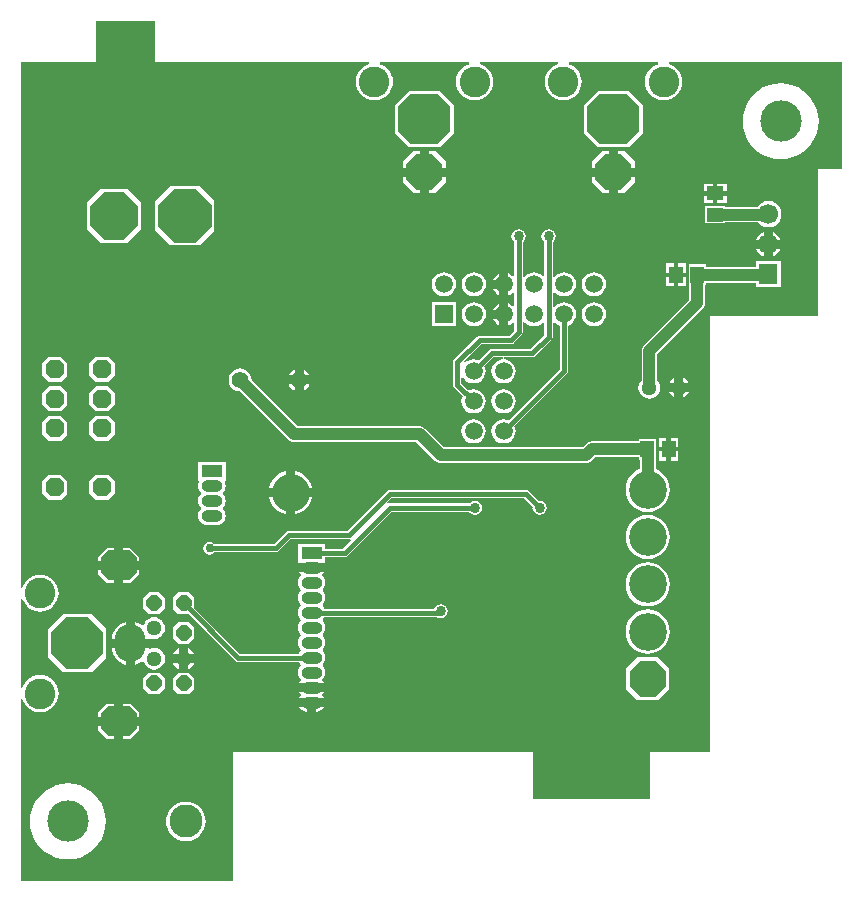
<source format=gbl>
G04 Layer_Physical_Order=2*
G04 Layer_Color=16711680*
%FSLAX24Y24*%
%MOIN*%
G70*
G01*
G75*
%ADD15R,0.0453X0.0571*%
%ADD16C,0.0400*%
%ADD17C,0.0150*%
%ADD19P,0.1321X8X112.5*%
%ADD20C,0.1260*%
%ADD21C,0.0591*%
%ADD22P,0.1321X8X202.5*%
G04:AMPARAMS|DCode=23|XSize=165.4mil|YSize=173.2mil|CornerRadius=0mil|HoleSize=0mil|Usage=FLASHONLY|Rotation=90.000|XOffset=0mil|YOffset=0mil|HoleType=Round|Shape=Octagon|*
%AMOCTAGOND23*
4,1,8,-0.0866,-0.0413,-0.0866,0.0413,-0.0453,0.0827,0.0453,0.0827,0.0866,0.0413,0.0866,-0.0413,0.0453,-0.0827,-0.0453,-0.0827,-0.0866,-0.0413,0.0*
%
%ADD23OCTAGOND23*%

%ADD24C,0.1024*%
%ADD25O,0.1024X0.1260*%
%ADD26P,0.1875X8X202.5*%
%ADD27C,0.1378*%
%ADD28C,0.1102*%
%ADD29C,0.0669*%
%ADD30R,0.0630X0.0669*%
%ADD31C,0.0512*%
G04:AMPARAMS|DCode=32|XSize=98.4mil|YSize=118.1mil|CornerRadius=0mil|HoleSize=0mil|Usage=FLASHONLY|Rotation=270.000|XOffset=0mil|YOffset=0mil|HoleType=Round|Shape=Octagon|*
%AMOCTAGOND32*
4,1,8,0.0591,0.0246,0.0591,-0.0246,0.0344,-0.0492,-0.0344,-0.0492,-0.0591,-0.0246,-0.0591,0.0246,-0.0344,0.0492,0.0344,0.0492,0.0591,0.0246,0.0*
%
%ADD32OCTAGOND32*%

%ADD33P,0.0554X8X112.5*%
%ADD34C,0.0551*%
%ADD35R,0.0709X0.0394*%
%ADD36O,0.0709X0.0394*%
%ADD37P,0.1918X8X22.5*%
%ADD38P,0.1705X8X22.5*%
%ADD39R,0.0591X0.0591*%
%ADD40P,0.0682X8X292.5*%
%ADD41C,0.0340*%
%ADD42C,0.0300*%
%ADD43R,0.0571X0.0453*%
G36*
X4488Y0D02*
X11601D01*
X11610Y-60D01*
X11554Y-77D01*
X11447Y-134D01*
X11353Y-211D01*
X11276Y-305D01*
X11219Y-412D01*
X11183Y-529D01*
X11172Y-650D01*
X11183Y-771D01*
X11219Y-887D01*
X11276Y-994D01*
X11353Y-1088D01*
X11447Y-1165D01*
X11554Y-1222D01*
X11670Y-1257D01*
X11791Y-1269D01*
X11912Y-1257D01*
X12029Y-1222D01*
X12136Y-1165D01*
X12230Y-1088D01*
X12307Y-994D01*
X12364Y-887D01*
X12399Y-771D01*
X12411Y-650D01*
X12399Y-529D01*
X12364Y-412D01*
X12307Y-305D01*
X12230Y-211D01*
X12136Y-134D01*
X12029Y-77D01*
X11973Y-60D01*
X11981Y0D01*
X14948D01*
X14957Y-60D01*
X14901Y-77D01*
X14793Y-134D01*
X14700Y-211D01*
X14622Y-305D01*
X14565Y-412D01*
X14530Y-529D01*
X14518Y-650D01*
X14530Y-771D01*
X14565Y-887D01*
X14622Y-994D01*
X14700Y-1088D01*
X14793Y-1165D01*
X14901Y-1222D01*
X15017Y-1257D01*
X15138Y-1269D01*
X15259Y-1257D01*
X15375Y-1222D01*
X15482Y-1165D01*
X15576Y-1088D01*
X15653Y-994D01*
X15710Y-887D01*
X15746Y-771D01*
X15758Y-650D01*
X15746Y-529D01*
X15710Y-412D01*
X15653Y-305D01*
X15576Y-211D01*
X15482Y-134D01*
X15375Y-77D01*
X15319Y-60D01*
X15328Y0D01*
X17900D01*
X17909Y-60D01*
X17853Y-77D01*
X17746Y-134D01*
X17652Y-211D01*
X17575Y-305D01*
X17518Y-412D01*
X17483Y-529D01*
X17471Y-650D01*
X17483Y-771D01*
X17518Y-887D01*
X17575Y-994D01*
X17652Y-1088D01*
X17746Y-1165D01*
X17853Y-1222D01*
X17970Y-1257D01*
X18091Y-1269D01*
X18211Y-1257D01*
X18328Y-1222D01*
X18435Y-1165D01*
X18529Y-1088D01*
X18606Y-994D01*
X18663Y-887D01*
X18698Y-771D01*
X18710Y-650D01*
X18698Y-529D01*
X18663Y-412D01*
X18606Y-305D01*
X18529Y-211D01*
X18435Y-134D01*
X18328Y-77D01*
X18272Y-60D01*
X18281Y0D01*
X21247D01*
X21256Y-60D01*
X21200Y-77D01*
X21093Y-134D01*
X20999Y-211D01*
X20922Y-305D01*
X20864Y-412D01*
X20829Y-529D01*
X20817Y-650D01*
X20829Y-771D01*
X20864Y-887D01*
X20922Y-994D01*
X20999Y-1088D01*
X21093Y-1165D01*
X21200Y-1222D01*
X21316Y-1257D01*
X21437Y-1269D01*
X21558Y-1257D01*
X21674Y-1222D01*
X21781Y-1165D01*
X21875Y-1088D01*
X21952Y-994D01*
X22010Y-887D01*
X22045Y-771D01*
X22057Y-650D01*
X22045Y-529D01*
X22010Y-412D01*
X21952Y-305D01*
X21875Y-211D01*
X21781Y-134D01*
X21674Y-77D01*
X21618Y-60D01*
X21627Y0D01*
X27382D01*
Y-3543D01*
X26575D01*
Y-8465D01*
X22972D01*
Y-22984D01*
X20984D01*
Y-24559D01*
X17067D01*
Y-22984D01*
X7087D01*
Y-27276D01*
X0D01*
Y-21233D01*
X60Y-21224D01*
X77Y-21280D01*
X134Y-21388D01*
X211Y-21482D01*
X305Y-21559D01*
X412Y-21616D01*
X529Y-21651D01*
X650Y-21663D01*
X771Y-21651D01*
X887Y-21616D01*
X994Y-21559D01*
X1088Y-21482D01*
X1165Y-21388D01*
X1222Y-21280D01*
X1257Y-21164D01*
X1269Y-21043D01*
X1257Y-20922D01*
X1222Y-20806D01*
X1165Y-20699D01*
X1088Y-20605D01*
X994Y-20528D01*
X887Y-20471D01*
X771Y-20435D01*
X650Y-20424D01*
X529Y-20435D01*
X412Y-20471D01*
X305Y-20528D01*
X211Y-20605D01*
X134Y-20699D01*
X77Y-20806D01*
X60Y-20862D01*
X0Y-20853D01*
Y-17887D01*
X60Y-17878D01*
X77Y-17934D01*
X134Y-18041D01*
X211Y-18135D01*
X305Y-18212D01*
X412Y-18269D01*
X529Y-18305D01*
X650Y-18317D01*
X771Y-18305D01*
X887Y-18269D01*
X994Y-18212D01*
X1088Y-18135D01*
X1165Y-18041D01*
X1222Y-17934D01*
X1257Y-17818D01*
X1269Y-17697D01*
X1257Y-17576D01*
X1222Y-17460D01*
X1165Y-17353D01*
X1088Y-17259D01*
X994Y-17182D01*
X887Y-17124D01*
X771Y-17089D01*
X650Y-17077D01*
X529Y-17089D01*
X412Y-17124D01*
X305Y-17182D01*
X211Y-17259D01*
X134Y-17353D01*
X77Y-17460D01*
X60Y-17516D01*
X0Y-17507D01*
Y0D01*
X2500D01*
Y1378D01*
X4488D01*
Y0D01*
D02*
G37*
%LPC*%
G36*
X16852Y-14262D02*
X12300D01*
X12247Y-14273D01*
X12203Y-14303D01*
X12203Y-14303D01*
X10893Y-15612D01*
X8950D01*
X8897Y-15623D01*
X8853Y-15653D01*
X8443Y-16062D01*
X6461D01*
X6451Y-16049D01*
X6382Y-16002D01*
X6300Y-15986D01*
X6218Y-16002D01*
X6149Y-16049D01*
X6102Y-16118D01*
X6086Y-16200D01*
X6102Y-16282D01*
X6149Y-16351D01*
X6218Y-16398D01*
X6300Y-16414D01*
X6382Y-16398D01*
X6451Y-16351D01*
X6461Y-16338D01*
X8500D01*
X8553Y-16327D01*
X8597Y-16297D01*
X9007Y-15888D01*
X10950D01*
X10991Y-15879D01*
X11020Y-15914D01*
X11026Y-15929D01*
X10743Y-16212D01*
X10159D01*
Y-16048D01*
X9241D01*
Y-16652D01*
X9253D01*
X9273Y-16700D01*
X9700D01*
X10127D01*
X10147Y-16652D01*
X10159D01*
Y-16488D01*
X10800D01*
X10853Y-16477D01*
X10897Y-16447D01*
X12363Y-14982D01*
X14962D01*
X14984Y-15016D01*
X15060Y-15067D01*
X15150Y-15085D01*
X15240Y-15067D01*
X15316Y-15016D01*
X15367Y-14940D01*
X15385Y-14850D01*
X15367Y-14760D01*
X15316Y-14684D01*
X15240Y-14633D01*
X15150Y-14615D01*
X15060Y-14633D01*
X14984Y-14684D01*
X14969Y-14707D01*
X12306D01*
X12265Y-14715D01*
X12236Y-14680D01*
X12229Y-14666D01*
X12357Y-14538D01*
X16795D01*
X17072Y-14815D01*
X17065Y-14848D01*
X17083Y-14938D01*
X17134Y-15014D01*
X17210Y-15065D01*
X17300Y-15083D01*
X17390Y-15065D01*
X17466Y-15014D01*
X17517Y-14938D01*
X17535Y-14848D01*
X17517Y-14759D01*
X17466Y-14683D01*
X17390Y-14632D01*
X17300Y-14614D01*
X17267Y-14621D01*
X16949Y-14303D01*
X16904Y-14273D01*
X16852Y-14262D01*
D02*
G37*
G36*
X6837Y-13320D02*
X5919D01*
Y-13924D01*
X5924D01*
X5951Y-13984D01*
X5926Y-14043D01*
X5916Y-14122D01*
X5926Y-14201D01*
X5957Y-14274D01*
X6005Y-14337D01*
X6011Y-14342D01*
Y-14402D01*
X6005Y-14407D01*
X5957Y-14470D01*
X5926Y-14543D01*
X5916Y-14622D01*
X5926Y-14701D01*
X5957Y-14774D01*
X6005Y-14837D01*
X6011Y-14842D01*
Y-14902D01*
X6005Y-14907D01*
X5957Y-14970D01*
X5926Y-15043D01*
X5916Y-15122D01*
X5926Y-15201D01*
X5957Y-15274D01*
X6005Y-15337D01*
X6068Y-15386D01*
X6142Y-15416D01*
X6220Y-15426D01*
X6535D01*
X6614Y-15416D01*
X6688Y-15386D01*
X6751Y-15337D01*
X6799Y-15274D01*
X6830Y-15201D01*
X6840Y-15122D01*
X6830Y-15043D01*
X6799Y-14970D01*
X6751Y-14907D01*
X6745Y-14902D01*
Y-14842D01*
X6751Y-14837D01*
X6799Y-14774D01*
X6830Y-14701D01*
X6840Y-14622D01*
X6830Y-14543D01*
X6799Y-14470D01*
X6751Y-14407D01*
X6745Y-14402D01*
Y-14342D01*
X6751Y-14337D01*
X6799Y-14274D01*
X6830Y-14201D01*
X6840Y-14122D01*
X6830Y-14043D01*
X6805Y-13984D01*
X6832Y-13924D01*
X6837D01*
Y-13320D01*
D02*
G37*
G36*
X8850Y-14500D02*
X8283D01*
X8322Y-14631D01*
X8390Y-14757D01*
X8481Y-14869D01*
X8593Y-14960D01*
X8719Y-15028D01*
X8850Y-15067D01*
Y-14500D01*
D02*
G37*
G36*
X7316Y-10207D02*
X7216Y-10220D01*
X7124Y-10258D01*
X7044Y-10319D01*
X6983Y-10399D01*
X6945Y-10491D01*
X6932Y-10591D01*
X6945Y-10690D01*
X6983Y-10782D01*
X7044Y-10862D01*
X7124Y-10923D01*
X7216Y-10961D01*
X7316Y-10974D01*
X7327Y-10973D01*
X8940Y-12585D01*
X8940Y-12585D01*
X8994Y-12627D01*
X9057Y-12653D01*
X9125Y-12662D01*
X13191D01*
X13815Y-13285D01*
X13815Y-13285D01*
X13869Y-13327D01*
X13932Y-13353D01*
X14000Y-13362D01*
X18850D01*
X18850Y-13362D01*
X18918Y-13353D01*
X18981Y-13327D01*
X19035Y-13285D01*
X19159Y-13162D01*
X20609D01*
Y-13245D01*
X20643D01*
Y-13564D01*
X20623Y-13570D01*
X20495Y-13638D01*
X20383Y-13730D01*
X20291Y-13842D01*
X20223Y-13969D01*
X20181Y-14108D01*
X20167Y-14252D01*
X20181Y-14396D01*
X20223Y-14535D01*
X20291Y-14662D01*
X20383Y-14774D01*
X20495Y-14866D01*
X20623Y-14934D01*
X20761Y-14976D01*
X20906Y-14990D01*
X21050Y-14976D01*
X21188Y-14934D01*
X21316Y-14866D01*
X21428Y-14774D01*
X21520Y-14662D01*
X21588Y-14535D01*
X21630Y-14396D01*
X21644Y-14252D01*
X21630Y-14108D01*
X21588Y-13969D01*
X21520Y-13842D01*
X21428Y-13730D01*
X21316Y-13638D01*
X21188Y-13570D01*
X21168Y-13564D01*
Y-13245D01*
X21182D01*
Y-12555D01*
X20609D01*
Y-12638D01*
X19050D01*
X19050Y-12638D01*
X18982Y-12647D01*
X18919Y-12673D01*
X18865Y-12715D01*
X18865Y-12715D01*
X18741Y-12838D01*
X14109D01*
X13485Y-12215D01*
X13431Y-12173D01*
X13368Y-12147D01*
X13300Y-12138D01*
X13300Y-12138D01*
X9234D01*
X7698Y-10602D01*
X7700Y-10591D01*
X7687Y-10491D01*
X7648Y-10399D01*
X7587Y-10319D01*
X7508Y-10258D01*
X7415Y-10220D01*
X7316Y-10207D01*
D02*
G37*
G36*
X9717Y-14500D02*
X9150D01*
Y-15067D01*
X9281Y-15028D01*
X9407Y-14960D01*
X9519Y-14869D01*
X9610Y-14757D01*
X9678Y-14631D01*
X9717Y-14500D01*
D02*
G37*
G36*
X20906Y-15088D02*
X20761Y-15102D01*
X20623Y-15145D01*
X20495Y-15213D01*
X20383Y-15305D01*
X20291Y-15416D01*
X20223Y-15544D01*
X20181Y-15683D01*
X20167Y-15827D01*
X20181Y-15971D01*
X20223Y-16109D01*
X20291Y-16237D01*
X20383Y-16349D01*
X20495Y-16441D01*
X20623Y-16509D01*
X20761Y-16551D01*
X20906Y-16565D01*
X21050Y-16551D01*
X21188Y-16509D01*
X21316Y-16441D01*
X21428Y-16349D01*
X21520Y-16237D01*
X21588Y-16109D01*
X21630Y-15971D01*
X21644Y-15827D01*
X21630Y-15683D01*
X21588Y-15544D01*
X21520Y-15416D01*
X21428Y-15305D01*
X21316Y-15213D01*
X21188Y-15145D01*
X21050Y-15102D01*
X20906Y-15088D01*
D02*
G37*
G36*
X3118Y-16922D02*
X2577D01*
Y-17068D01*
X2873Y-17364D01*
X3118D01*
Y-16922D01*
D02*
G37*
G36*
X20906Y-16663D02*
X20761Y-16677D01*
X20623Y-16719D01*
X20495Y-16788D01*
X20383Y-16879D01*
X20291Y-16991D01*
X20223Y-17119D01*
X20181Y-17258D01*
X20167Y-17402D01*
X20181Y-17546D01*
X20223Y-17684D01*
X20291Y-17812D01*
X20383Y-17924D01*
X20495Y-18016D01*
X20623Y-18084D01*
X20761Y-18126D01*
X20906Y-18140D01*
X21050Y-18126D01*
X21188Y-18084D01*
X21316Y-18016D01*
X21428Y-17924D01*
X21520Y-17812D01*
X21588Y-17684D01*
X21630Y-17546D01*
X21644Y-17402D01*
X21630Y-17258D01*
X21588Y-17119D01*
X21520Y-16991D01*
X21428Y-16879D01*
X21316Y-16788D01*
X21188Y-16719D01*
X21050Y-16677D01*
X20906Y-16663D01*
D02*
G37*
G36*
X3958Y-16922D02*
X3418D01*
Y-17364D01*
X3662D01*
X3958Y-17068D01*
Y-16922D01*
D02*
G37*
G36*
X3662Y-16180D02*
X3418D01*
Y-16622D01*
X3958D01*
Y-16476D01*
X3662Y-16180D01*
D02*
G37*
G36*
X3118D02*
X2873D01*
X2577Y-16476D01*
Y-16622D01*
X3118D01*
Y-16180D01*
D02*
G37*
G36*
X1352Y-13753D02*
X932D01*
X722Y-13963D01*
Y-14383D01*
X932Y-14593D01*
X1352D01*
X1562Y-14383D01*
Y-13963D01*
X1352Y-13753D01*
D02*
G37*
G36*
Y-11785D02*
X932D01*
X722Y-11995D01*
Y-12415D01*
X932Y-12625D01*
X1352D01*
X1562Y-12415D01*
Y-11995D01*
X1352Y-11785D01*
D02*
G37*
G36*
X15099Y-11896D02*
X14995Y-11910D01*
X14897Y-11950D01*
X14814Y-12015D01*
X14749Y-12098D01*
X14709Y-12196D01*
X14695Y-12300D01*
X14709Y-12404D01*
X14749Y-12502D01*
X14814Y-12585D01*
X14897Y-12650D01*
X14995Y-12690D01*
X15099Y-12704D01*
X15204Y-12690D01*
X15301Y-12650D01*
X15385Y-12585D01*
X15449Y-12502D01*
X15489Y-12404D01*
X15503Y-12300D01*
X15489Y-12196D01*
X15449Y-12098D01*
X15385Y-12015D01*
X15301Y-11950D01*
X15204Y-11910D01*
X15099Y-11896D01*
D02*
G37*
G36*
X21931Y-12515D02*
X21679D01*
Y-12825D01*
X21931D01*
Y-12515D01*
D02*
G37*
G36*
X1352Y-10801D02*
X932D01*
X722Y-11010D01*
Y-11430D01*
X932Y-11640D01*
X1352D01*
X1562Y-11430D01*
Y-11010D01*
X1352Y-10801D01*
D02*
G37*
G36*
X16100Y-10896D02*
X15996Y-10910D01*
X15898Y-10950D01*
X15815Y-11015D01*
X15750Y-11098D01*
X15710Y-11196D01*
X15696Y-11300D01*
X15710Y-11404D01*
X15750Y-11502D01*
X15815Y-11585D01*
X15898Y-11650D01*
X15996Y-11690D01*
X16100Y-11704D01*
X16204Y-11690D01*
X16302Y-11650D01*
X16385Y-11585D01*
X16450Y-11502D01*
X16490Y-11404D01*
X16504Y-11300D01*
X16490Y-11196D01*
X16450Y-11098D01*
X16385Y-11015D01*
X16302Y-10950D01*
X16204Y-10910D01*
X16100Y-10896D01*
D02*
G37*
G36*
X2927Y-11785D02*
X2507D01*
X2297Y-11995D01*
Y-12415D01*
X2507Y-12625D01*
X2927D01*
X3137Y-12415D01*
Y-11995D01*
X2927Y-11785D01*
D02*
G37*
G36*
X9150Y-13633D02*
Y-14200D01*
X9717D01*
X9678Y-14069D01*
X9610Y-13943D01*
X9519Y-13831D01*
X9407Y-13740D01*
X9281Y-13672D01*
X9150Y-13633D01*
D02*
G37*
G36*
X8850D02*
X8719Y-13672D01*
X8593Y-13740D01*
X8481Y-13831D01*
X8390Y-13943D01*
X8322Y-14069D01*
X8283Y-14200D01*
X8850D01*
Y-13633D01*
D02*
G37*
G36*
X2927Y-13753D02*
X2507D01*
X2297Y-13963D01*
Y-14383D01*
X2507Y-14593D01*
X2927D01*
X3137Y-14383D01*
Y-13963D01*
X2927Y-13753D01*
D02*
G37*
G36*
X21529Y-12515D02*
X21278D01*
Y-12825D01*
X21529D01*
Y-12515D01*
D02*
G37*
G36*
X21931Y-12975D02*
X21679D01*
Y-13285D01*
X21931D01*
Y-12975D01*
D02*
G37*
G36*
X21529D02*
X21278D01*
Y-13285D01*
X21529D01*
Y-12975D01*
D02*
G37*
G36*
X21263Y-19836D02*
X20548D01*
X20190Y-20194D01*
Y-20909D01*
X20548Y-21266D01*
X21263D01*
X21621Y-20909D01*
Y-20194D01*
X21263Y-19836D01*
D02*
G37*
G36*
X10117Y-21500D02*
X9850D01*
Y-21649D01*
X9857D01*
X9935Y-21639D01*
X10007Y-21609D01*
X10069Y-21562D01*
X10117Y-21500D01*
D02*
G37*
G36*
X9550D02*
X9283D01*
X9331Y-21562D01*
X9393Y-21609D01*
X9465Y-21639D01*
X9543Y-21649D01*
X9550D01*
Y-21500D01*
D02*
G37*
G36*
X5614Y-20348D02*
X5253D01*
X5072Y-20528D01*
Y-20889D01*
X5253Y-21070D01*
X5614D01*
X5794Y-20889D01*
Y-20528D01*
X5614Y-20348D01*
D02*
G37*
G36*
X4629D02*
X4268D01*
X4088Y-20528D01*
Y-20889D01*
X4268Y-21070D01*
X4629D01*
X4810Y-20889D01*
Y-20528D01*
X4629Y-20348D01*
D02*
G37*
G36*
X10117Y-21000D02*
X9700D01*
X9283D01*
X9331Y-21062D01*
X9342Y-21070D01*
Y-21130D01*
X9331Y-21138D01*
X9283Y-21200D01*
X9700D01*
X10117D01*
X10069Y-21138D01*
X10058Y-21130D01*
Y-21070D01*
X10069Y-21062D01*
X10117Y-21000D01*
D02*
G37*
G36*
X3118Y-22118D02*
X2577D01*
Y-22265D01*
X2873Y-22561D01*
X3118D01*
Y-22118D01*
D02*
G37*
G36*
X5512Y-24648D02*
X5383Y-24660D01*
X5259Y-24698D01*
X5145Y-24759D01*
X5046Y-24841D01*
X4964Y-24941D01*
X4903Y-25055D01*
X4865Y-25178D01*
X4852Y-25307D01*
X4865Y-25436D01*
X4903Y-25559D01*
X4964Y-25673D01*
X5046Y-25773D01*
X5145Y-25855D01*
X5259Y-25916D01*
X5383Y-25954D01*
X5512Y-25966D01*
X5640Y-25954D01*
X5764Y-25916D01*
X5878Y-25855D01*
X5978Y-25773D01*
X6060Y-25673D01*
X6121Y-25559D01*
X6158Y-25436D01*
X6171Y-25307D01*
X6158Y-25178D01*
X6121Y-25055D01*
X6060Y-24941D01*
X5978Y-24841D01*
X5878Y-24759D01*
X5764Y-24698D01*
X5640Y-24660D01*
X5512Y-24648D01*
D02*
G37*
G36*
X1575Y-24042D02*
X1377Y-24058D01*
X1184Y-24104D01*
X1001Y-24180D01*
X831Y-24284D01*
X681Y-24413D01*
X552Y-24564D01*
X448Y-24733D01*
X372Y-24916D01*
X326Y-25109D01*
X310Y-25307D01*
X326Y-25505D01*
X372Y-25698D01*
X448Y-25881D01*
X552Y-26050D01*
X681Y-26201D01*
X831Y-26330D01*
X1001Y-26434D01*
X1184Y-26510D01*
X1377Y-26556D01*
X1575Y-26572D01*
X1773Y-26556D01*
X1966Y-26510D01*
X2149Y-26434D01*
X2318Y-26330D01*
X2469Y-26201D01*
X2598Y-26050D01*
X2702Y-25881D01*
X2778Y-25698D01*
X2824Y-25505D01*
X2839Y-25307D01*
X2824Y-25109D01*
X2778Y-24916D01*
X2702Y-24733D01*
X2598Y-24564D01*
X2469Y-24413D01*
X2318Y-24284D01*
X2149Y-24180D01*
X1966Y-24104D01*
X1773Y-24058D01*
X1575Y-24042D01*
D02*
G37*
G36*
X3662Y-21376D02*
X3418D01*
Y-21818D01*
X3958D01*
Y-21672D01*
X3662Y-21376D01*
D02*
G37*
G36*
X3118D02*
X2873D01*
X2577Y-21672D01*
Y-21818D01*
X3118D01*
Y-21376D01*
D02*
G37*
G36*
X3958Y-22118D02*
X3418D01*
Y-22561D01*
X3662D01*
X3958Y-22265D01*
Y-22118D01*
D02*
G37*
G36*
X2375Y-18399D02*
X1404D01*
X919Y-18885D01*
Y-19856D01*
X1404Y-20341D01*
X2375D01*
X2861Y-19856D01*
Y-18885D01*
X2375Y-18399D01*
D02*
G37*
G36*
X5614Y-18655D02*
X5253D01*
X5072Y-18835D01*
Y-19196D01*
X5253Y-19377D01*
X5614D01*
X5794Y-19196D01*
Y-18835D01*
X5614Y-18655D01*
D02*
G37*
G36*
X4449Y-19518D02*
X4355Y-19530D01*
X4322Y-19544D01*
X4291Y-19520D01*
X3811D01*
Y-20082D01*
X3897Y-20056D01*
X4003Y-19999D01*
X4042Y-19968D01*
X4104Y-19994D01*
X4134Y-20064D01*
X4191Y-20139D01*
X4267Y-20197D01*
X4355Y-20234D01*
X4449Y-20246D01*
X4543Y-20234D01*
X4631Y-20197D01*
X4706Y-20139D01*
X4764Y-20064D01*
X4800Y-19976D01*
X4813Y-19882D01*
X4800Y-19788D01*
X4764Y-19700D01*
X4706Y-19624D01*
X4631Y-19567D01*
X4543Y-19530D01*
X4449Y-19518D01*
D02*
G37*
G36*
X10117Y-17000D02*
X9700D01*
X9283D01*
X9331Y-17062D01*
X9337Y-17067D01*
Y-17127D01*
X9327Y-17135D01*
X9279Y-17198D01*
X9248Y-17271D01*
X9238Y-17350D01*
X9248Y-17429D01*
X9279Y-17502D01*
X9324Y-17561D01*
X9333Y-17580D01*
Y-17620D01*
X9324Y-17639D01*
X9279Y-17698D01*
X9248Y-17771D01*
X9238Y-17850D01*
X9248Y-17929D01*
X9279Y-18002D01*
X9324Y-18061D01*
X9333Y-18080D01*
Y-18120D01*
X9324Y-18139D01*
X9279Y-18198D01*
X9248Y-18271D01*
X9238Y-18350D01*
X9248Y-18429D01*
X9279Y-18502D01*
X9324Y-18561D01*
X9333Y-18580D01*
Y-18620D01*
X9324Y-18639D01*
X9279Y-18698D01*
X9248Y-18771D01*
X9238Y-18850D01*
X9248Y-18929D01*
X9279Y-19002D01*
X9324Y-19061D01*
X9333Y-19080D01*
Y-19120D01*
X9324Y-19139D01*
X9279Y-19198D01*
X9248Y-19271D01*
X9238Y-19350D01*
X9248Y-19429D01*
X9279Y-19502D01*
X9324Y-19561D01*
X9333Y-19580D01*
Y-19620D01*
X9324Y-19639D01*
X9279Y-19698D01*
X9273Y-19712D01*
X7309D01*
X5794Y-18198D01*
Y-17851D01*
X5614Y-17671D01*
X5253D01*
X5072Y-17851D01*
Y-18212D01*
X5253Y-18392D01*
X5599D01*
X7154Y-19947D01*
X7199Y-19977D01*
X7252Y-19988D01*
X9273D01*
X9279Y-20002D01*
X9324Y-20061D01*
X9333Y-20080D01*
Y-20120D01*
X9324Y-20139D01*
X9279Y-20198D01*
X9248Y-20271D01*
X9238Y-20350D01*
X9248Y-20429D01*
X9279Y-20502D01*
X9327Y-20565D01*
X9337Y-20573D01*
Y-20633D01*
X9331Y-20638D01*
X9283Y-20700D01*
X9700D01*
X10117D01*
X10069Y-20638D01*
X10063Y-20633D01*
Y-20573D01*
X10073Y-20565D01*
X10121Y-20502D01*
X10152Y-20429D01*
X10162Y-20350D01*
X10152Y-20271D01*
X10121Y-20198D01*
X10076Y-20139D01*
X10067Y-20120D01*
Y-20080D01*
X10076Y-20061D01*
X10121Y-20002D01*
X10152Y-19929D01*
X10162Y-19850D01*
X10152Y-19771D01*
X10121Y-19698D01*
X10076Y-19639D01*
X10067Y-19620D01*
Y-19580D01*
X10076Y-19561D01*
X10121Y-19502D01*
X10152Y-19429D01*
X10162Y-19350D01*
X10152Y-19271D01*
X10121Y-19198D01*
X10076Y-19139D01*
X10067Y-19120D01*
Y-19080D01*
X10076Y-19061D01*
X10121Y-19002D01*
X10152Y-18929D01*
X10162Y-18850D01*
X10152Y-18771D01*
X10121Y-18698D01*
X10076Y-18639D01*
X10067Y-18620D01*
Y-18580D01*
X10076Y-18561D01*
X10121Y-18502D01*
X10127Y-18488D01*
X13856D01*
X13910Y-18524D01*
X14000Y-18542D01*
X14090Y-18524D01*
X14166Y-18473D01*
X14217Y-18397D01*
X14235Y-18307D01*
X14217Y-18218D01*
X14166Y-18142D01*
X14090Y-18091D01*
X14000Y-18073D01*
X13910Y-18091D01*
X13834Y-18142D01*
X13787Y-18212D01*
X10127D01*
X10121Y-18198D01*
X10076Y-18139D01*
X10067Y-18120D01*
Y-18080D01*
X10076Y-18061D01*
X10121Y-18002D01*
X10152Y-17929D01*
X10162Y-17850D01*
X10152Y-17771D01*
X10121Y-17698D01*
X10076Y-17639D01*
X10067Y-17620D01*
Y-17580D01*
X10076Y-17561D01*
X10121Y-17502D01*
X10152Y-17429D01*
X10162Y-17350D01*
X10152Y-17271D01*
X10121Y-17198D01*
X10073Y-17135D01*
X10063Y-17127D01*
Y-17067D01*
X10069Y-17062D01*
X10117Y-17000D01*
D02*
G37*
G36*
X4629Y-17671D02*
X4268D01*
X4088Y-17851D01*
Y-18212D01*
X4268Y-18392D01*
X4629D01*
X4810Y-18212D01*
Y-17851D01*
X4629Y-17671D01*
D02*
G37*
G36*
X4449Y-18494D02*
X4355Y-18507D01*
X4267Y-18543D01*
X4191Y-18601D01*
X4134Y-18676D01*
X4104Y-18746D01*
X4042Y-18773D01*
X4003Y-18741D01*
X3897Y-18684D01*
X3811Y-18658D01*
Y-19220D01*
X4291D01*
X4322Y-19197D01*
X4355Y-19210D01*
X4449Y-19222D01*
X4543Y-19210D01*
X4631Y-19174D01*
X4706Y-19116D01*
X4764Y-19040D01*
X4800Y-18952D01*
X4813Y-18858D01*
X4800Y-18764D01*
X4764Y-18676D01*
X4706Y-18601D01*
X4631Y-18543D01*
X4543Y-18507D01*
X4449Y-18494D01*
D02*
G37*
G36*
X3511Y-18658D02*
X3426Y-18684D01*
X3320Y-18741D01*
X3227Y-18817D01*
X3150Y-18910D01*
X3093Y-19017D01*
X3058Y-19132D01*
X3050Y-19220D01*
X3511D01*
Y-18658D01*
D02*
G37*
G36*
Y-19520D02*
X3050D01*
X3058Y-19608D01*
X3093Y-19723D01*
X3150Y-19830D01*
X3227Y-19923D01*
X3320Y-19999D01*
X3426Y-20056D01*
X3511Y-20082D01*
Y-19520D01*
D02*
G37*
G36*
X5789Y-20032D02*
X5583D01*
Y-20238D01*
X5611D01*
X5789Y-20060D01*
Y-20032D01*
D02*
G37*
G36*
X5283D02*
X5077D01*
Y-20060D01*
X5255Y-20238D01*
X5283D01*
Y-20032D01*
D02*
G37*
G36*
X20906Y-18238D02*
X20761Y-18252D01*
X20623Y-18294D01*
X20495Y-18362D01*
X20383Y-18454D01*
X20291Y-18566D01*
X20223Y-18694D01*
X20181Y-18832D01*
X20167Y-18976D01*
X20181Y-19120D01*
X20223Y-19259D01*
X20291Y-19387D01*
X20383Y-19499D01*
X20495Y-19590D01*
X20623Y-19659D01*
X20761Y-19701D01*
X20906Y-19715D01*
X21050Y-19701D01*
X21188Y-19659D01*
X21316Y-19590D01*
X21428Y-19499D01*
X21520Y-19387D01*
X21588Y-19259D01*
X21630Y-19120D01*
X21644Y-18976D01*
X21630Y-18832D01*
X21588Y-18694D01*
X21520Y-18566D01*
X21428Y-18454D01*
X21316Y-18362D01*
X21188Y-18294D01*
X21050Y-18252D01*
X20906Y-18238D01*
D02*
G37*
G36*
X5611Y-19526D02*
X5583D01*
Y-19732D01*
X5789D01*
Y-19704D01*
X5611Y-19526D01*
D02*
G37*
G36*
X5283D02*
X5255D01*
X5077Y-19704D01*
Y-19732D01*
X5283D01*
Y-19526D01*
D02*
G37*
G36*
X25071Y-5655D02*
Y-5913D01*
X25330D01*
X25301Y-5844D01*
X25231Y-5753D01*
X25140Y-5683D01*
X25071Y-5655D01*
D02*
G37*
G36*
X24771Y-5655D02*
X24702Y-5683D01*
X24611Y-5753D01*
X24542Y-5844D01*
X24513Y-5913D01*
X24771D01*
Y-5655D01*
D02*
G37*
G36*
X3556Y-4226D02*
X2664D01*
X2218Y-4672D01*
Y-5564D01*
X2664Y-6011D01*
X3556D01*
X4003Y-5564D01*
Y-4672D01*
X3556Y-4226D01*
D02*
G37*
G36*
X23537Y-4445D02*
X23226D01*
Y-4696D01*
X23537D01*
Y-4445D01*
D02*
G37*
G36*
X23076D02*
X22766D01*
Y-4696D01*
X23076D01*
Y-4445D01*
D02*
G37*
G36*
X24921Y-4620D02*
X24806Y-4635D01*
X24700Y-4679D01*
X24608Y-4749D01*
X24556Y-4816D01*
X23497D01*
Y-4792D01*
X22806D01*
Y-5365D01*
X23497D01*
Y-5341D01*
X24580D01*
X24608Y-5377D01*
X24700Y-5447D01*
X24806Y-5491D01*
X24921Y-5506D01*
X25036Y-5491D01*
X25143Y-5447D01*
X25235Y-5377D01*
X25305Y-5285D01*
X25350Y-5178D01*
X25365Y-5063D01*
X25350Y-4948D01*
X25305Y-4841D01*
X25235Y-4749D01*
X25143Y-4679D01*
X25036Y-4635D01*
X24921Y-4620D01*
D02*
G37*
G36*
X25341Y-6623D02*
X24501D01*
Y-6824D01*
X22851D01*
Y-6741D01*
X22278D01*
Y-7432D01*
X22292D01*
Y-7916D01*
X20779Y-9429D01*
X20737Y-9483D01*
X20711Y-9547D01*
X20702Y-9615D01*
X20702Y-9615D01*
Y-10595D01*
X20646Y-10668D01*
X20610Y-10756D01*
X20597Y-10850D01*
X20610Y-10944D01*
X20646Y-11032D01*
X20704Y-11107D01*
X20779Y-11165D01*
X20867Y-11202D01*
X20961Y-11214D01*
X21055Y-11202D01*
X21143Y-11165D01*
X21219Y-11107D01*
X21277Y-11032D01*
X21313Y-10944D01*
X21325Y-10850D01*
X21313Y-10756D01*
X21277Y-10668D01*
X21227Y-10603D01*
Y-9723D01*
X22740Y-8210D01*
X22740Y-8210D01*
X22781Y-8156D01*
X22808Y-8093D01*
X22817Y-8025D01*
X22817Y-8025D01*
Y-7432D01*
X22851D01*
Y-7349D01*
X24501D01*
Y-7503D01*
X25341D01*
Y-6623D01*
D02*
G37*
G36*
X22182Y-6701D02*
X21931D01*
Y-7012D01*
X22182D01*
Y-6701D01*
D02*
G37*
G36*
X21781D02*
X21530D01*
Y-7012D01*
X21781D01*
Y-6701D01*
D02*
G37*
G36*
X5968Y-4127D02*
X4977D01*
X4482Y-4623D01*
Y-5614D01*
X4977Y-6109D01*
X5968D01*
X6463Y-5614D01*
Y-4623D01*
X5968Y-4127D01*
D02*
G37*
G36*
X25330Y-6213D02*
X25071D01*
Y-6471D01*
X25140Y-6443D01*
X25231Y-6373D01*
X25301Y-6282D01*
X25330Y-6213D01*
D02*
G37*
G36*
X24771D02*
X24513D01*
X24542Y-6282D01*
X24611Y-6373D01*
X24702Y-6443D01*
X24771Y-6471D01*
Y-6213D01*
D02*
G37*
G36*
X13315Y-3811D02*
X12754D01*
Y-4017D01*
X13109Y-4372D01*
X13315D01*
Y-3811D01*
D02*
G37*
G36*
X13820Y-2951D02*
X13615D01*
Y-3511D01*
X14175D01*
Y-3306D01*
X13820Y-2951D01*
D02*
G37*
G36*
X20119D02*
X19914D01*
Y-3511D01*
X20474D01*
Y-3306D01*
X20119Y-2951D01*
D02*
G37*
G36*
X19614D02*
X19409D01*
X19054Y-3306D01*
Y-3511D01*
X19614D01*
Y-2951D01*
D02*
G37*
G36*
X20269Y-958D02*
X19259D01*
X18793Y-1424D01*
Y-2356D01*
X19259Y-2822D01*
X20269D01*
X20735Y-2356D01*
Y-1424D01*
X20269Y-958D01*
D02*
G37*
G36*
X13970D02*
X12959D01*
X12493Y-1424D01*
Y-2356D01*
X12959Y-2822D01*
X13970D01*
X14436Y-2356D01*
Y-1424D01*
X13970Y-958D01*
D02*
G37*
G36*
X25335Y-704D02*
X25137Y-719D01*
X24944Y-766D01*
X24760Y-842D01*
X24591Y-945D01*
X24440Y-1074D01*
X24311Y-1225D01*
X24208Y-1394D01*
X24132Y-1578D01*
X24086Y-1771D01*
X24070Y-1969D01*
X24086Y-2166D01*
X24132Y-2359D01*
X24208Y-2543D01*
X24311Y-2712D01*
X24440Y-2863D01*
X24591Y-2992D01*
X24760Y-3095D01*
X24944Y-3171D01*
X25137Y-3218D01*
X25335Y-3233D01*
X25532Y-3218D01*
X25725Y-3171D01*
X25909Y-3095D01*
X26078Y-2992D01*
X26229Y-2863D01*
X26358Y-2712D01*
X26461Y-2543D01*
X26537Y-2359D01*
X26584Y-2166D01*
X26599Y-1969D01*
X26584Y-1771D01*
X26537Y-1578D01*
X26461Y-1394D01*
X26358Y-1225D01*
X26229Y-1074D01*
X26078Y-945D01*
X25909Y-842D01*
X25725Y-766D01*
X25532Y-719D01*
X25335Y-704D01*
D02*
G37*
G36*
X20474Y-3811D02*
X19914D01*
Y-4372D01*
X20119D01*
X20474Y-4017D01*
Y-3811D01*
D02*
G37*
G36*
X19614D02*
X19054D01*
Y-4017D01*
X19409Y-4372D01*
X19614D01*
Y-3811D01*
D02*
G37*
G36*
X14175D02*
X13615D01*
Y-4372D01*
X13820D01*
X14175Y-4017D01*
Y-3811D01*
D02*
G37*
G36*
X13315Y-2951D02*
X13109D01*
X12754Y-3306D01*
Y-3511D01*
X13315D01*
Y-2951D01*
D02*
G37*
G36*
X23537Y-4044D02*
X23226D01*
Y-4295D01*
X23537D01*
Y-4044D01*
D02*
G37*
G36*
X23076D02*
X22766D01*
Y-4295D01*
X23076D01*
Y-4044D01*
D02*
G37*
G36*
X2927Y-9816D02*
X2507D01*
X2297Y-10026D01*
Y-10446D01*
X2507Y-10656D01*
X2927D01*
X3137Y-10446D01*
Y-10026D01*
X2927Y-9816D01*
D02*
G37*
G36*
X1352D02*
X932D01*
X722Y-10026D01*
Y-10446D01*
X932Y-10656D01*
X1352D01*
X1562Y-10446D01*
Y-10026D01*
X1352Y-9816D01*
D02*
G37*
G36*
X22096Y-10527D02*
Y-10700D01*
X22269D01*
X22256Y-10671D01*
X22199Y-10596D01*
X22125Y-10539D01*
X22096Y-10527D01*
D02*
G37*
G36*
X15114Y-7998D02*
X15010Y-8012D01*
X14912Y-8052D01*
X14829Y-8116D01*
X14765Y-8200D01*
X14724Y-8297D01*
X14710Y-8402D01*
X14724Y-8506D01*
X14765Y-8603D01*
X14829Y-8687D01*
X14912Y-8751D01*
X15010Y-8792D01*
X15114Y-8805D01*
X15219Y-8792D01*
X15316Y-8751D01*
X15400Y-8687D01*
X15464Y-8603D01*
X15504Y-8506D01*
X15518Y-8402D01*
X15504Y-8297D01*
X15464Y-8200D01*
X15400Y-8116D01*
X15316Y-8052D01*
X15219Y-8012D01*
X15114Y-7998D01*
D02*
G37*
G36*
X9434Y-10246D02*
Y-10441D01*
X9629D01*
X9612Y-10401D01*
X9552Y-10323D01*
X9474Y-10262D01*
X9434Y-10246D01*
D02*
G37*
G36*
X9134D02*
X9095Y-10262D01*
X9016Y-10323D01*
X8956Y-10401D01*
X8940Y-10441D01*
X9134D01*
Y-10246D01*
D02*
G37*
G36*
X22269Y-11000D02*
X22096D01*
Y-11173D01*
X22125Y-11161D01*
X22199Y-11104D01*
X22256Y-11029D01*
X22269Y-11000D01*
D02*
G37*
G36*
X21796D02*
X21622D01*
X21635Y-11029D01*
X21692Y-11104D01*
X21766Y-11161D01*
X21796Y-11173D01*
Y-11000D01*
D02*
G37*
G36*
X2927Y-10801D02*
X2507D01*
X2297Y-11010D01*
Y-11430D01*
X2507Y-11640D01*
X2927D01*
X3137Y-11430D01*
Y-11010D01*
X2927Y-10801D01*
D02*
G37*
G36*
X21796Y-10527D02*
X21766Y-10539D01*
X21692Y-10596D01*
X21635Y-10671D01*
X21622Y-10700D01*
X21796D01*
Y-10527D01*
D02*
G37*
G36*
X9629Y-10741D02*
X9434D01*
Y-10935D01*
X9474Y-10919D01*
X9552Y-10858D01*
X9612Y-10780D01*
X9629Y-10741D01*
D02*
G37*
G36*
X9134D02*
X8940D01*
X8956Y-10780D01*
X9016Y-10858D01*
X9095Y-10919D01*
X9134Y-10935D01*
Y-10741D01*
D02*
G37*
G36*
X21781Y-7162D02*
X21530D01*
Y-7472D01*
X21781D01*
Y-7162D01*
D02*
G37*
G36*
X15964Y-7552D02*
X15748D01*
X15769Y-7601D01*
X15832Y-7683D01*
X15915Y-7747D01*
X15964Y-7767D01*
Y-7552D01*
D02*
G37*
G36*
X19114Y-6998D02*
X19010Y-7012D01*
X18912Y-7052D01*
X18829Y-7116D01*
X18765Y-7200D01*
X18724Y-7297D01*
X18710Y-7402D01*
X18724Y-7506D01*
X18765Y-7603D01*
X18829Y-7687D01*
X18912Y-7751D01*
X19010Y-7792D01*
X19114Y-7805D01*
X19219Y-7792D01*
X19316Y-7751D01*
X19400Y-7687D01*
X19464Y-7603D01*
X19504Y-7506D01*
X19518Y-7402D01*
X19504Y-7297D01*
X19464Y-7200D01*
X19400Y-7116D01*
X19316Y-7052D01*
X19219Y-7012D01*
X19114Y-6998D01*
D02*
G37*
G36*
X17600Y-5565D02*
X17510Y-5583D01*
X17434Y-5634D01*
X17383Y-5710D01*
X17365Y-5800D01*
X17383Y-5890D01*
X17434Y-5966D01*
X17462Y-5985D01*
Y-7104D01*
X17406Y-7124D01*
X17400Y-7116D01*
X17316Y-7052D01*
X17219Y-7012D01*
X17114Y-6998D01*
X17010Y-7012D01*
X16912Y-7052D01*
X16829Y-7116D01*
X16798Y-7157D01*
X16738Y-7136D01*
Y-5985D01*
X16766Y-5966D01*
X16817Y-5890D01*
X16835Y-5800D01*
X16817Y-5710D01*
X16766Y-5634D01*
X16690Y-5583D01*
X16600Y-5565D01*
X16510Y-5583D01*
X16434Y-5634D01*
X16383Y-5710D01*
X16365Y-5800D01*
X16383Y-5890D01*
X16434Y-5966D01*
X16462Y-5985D01*
Y-7107D01*
X16402Y-7128D01*
X16396Y-7120D01*
X16314Y-7056D01*
X16264Y-7036D01*
Y-7402D01*
Y-7767D01*
X16314Y-7747D01*
X16396Y-7683D01*
X16402Y-7675D01*
X16462Y-7696D01*
Y-8107D01*
X16402Y-8128D01*
X16396Y-8120D01*
X16314Y-8056D01*
X16264Y-8036D01*
Y-8402D01*
Y-8767D01*
X16314Y-8747D01*
X16396Y-8683D01*
X16402Y-8675D01*
X16462Y-8696D01*
Y-8943D01*
X16293Y-9112D01*
X15300D01*
X15247Y-9123D01*
X15203Y-9153D01*
X14453Y-9903D01*
X14423Y-9947D01*
X14412Y-10000D01*
Y-10751D01*
X14423Y-10804D01*
X14453Y-10848D01*
X14735Y-11131D01*
X14709Y-11196D01*
X14695Y-11300D01*
X14709Y-11404D01*
X14749Y-11502D01*
X14813Y-11585D01*
X14897Y-11650D01*
X14994Y-11690D01*
X15099Y-11704D01*
X15203Y-11690D01*
X15301Y-11650D01*
X15384Y-11585D01*
X15448Y-11502D01*
X15489Y-11404D01*
X15503Y-11300D01*
X15489Y-11196D01*
X15448Y-11098D01*
X15384Y-11015D01*
X15301Y-10950D01*
X15203Y-10910D01*
X15099Y-10896D01*
X14994Y-10910D01*
X14930Y-10937D01*
X14688Y-10694D01*
Y-10510D01*
X14748Y-10498D01*
X14749Y-10502D01*
X14813Y-10585D01*
X14897Y-10650D01*
X14994Y-10690D01*
X15099Y-10704D01*
X15203Y-10690D01*
X15301Y-10650D01*
X15384Y-10585D01*
X15448Y-10502D01*
X15489Y-10404D01*
X15503Y-10300D01*
X15489Y-10196D01*
X15462Y-10131D01*
X15756Y-9838D01*
X16086D01*
X16090Y-9898D01*
X16054Y-9902D01*
X15996Y-9910D01*
X15898Y-9950D01*
X15815Y-10015D01*
X15750Y-10098D01*
X15710Y-10196D01*
X15696Y-10300D01*
X15710Y-10404D01*
X15750Y-10502D01*
X15815Y-10585D01*
X15898Y-10650D01*
X15996Y-10690D01*
X16100Y-10704D01*
X16204Y-10690D01*
X16302Y-10650D01*
X16385Y-10585D01*
X16450Y-10502D01*
X16490Y-10404D01*
X16504Y-10300D01*
X16490Y-10196D01*
X16450Y-10098D01*
X16385Y-10015D01*
X16302Y-9950D01*
X16204Y-9910D01*
X16146Y-9902D01*
X16110Y-9898D01*
X16114Y-9838D01*
X17050D01*
X17103Y-9827D01*
X17147Y-9797D01*
X17697Y-9247D01*
X17697Y-9247D01*
X17727Y-9203D01*
X17738Y-9150D01*
Y-8667D01*
X17798Y-8647D01*
X17829Y-8687D01*
X17912Y-8751D01*
X17977Y-8778D01*
Y-10229D01*
X16269Y-11937D01*
X16204Y-11910D01*
X16100Y-11896D01*
X15996Y-11910D01*
X15898Y-11950D01*
X15815Y-12015D01*
X15750Y-12098D01*
X15710Y-12196D01*
X15696Y-12300D01*
X15710Y-12404D01*
X15750Y-12502D01*
X15815Y-12585D01*
X15898Y-12650D01*
X15996Y-12690D01*
X16100Y-12704D01*
X16204Y-12690D01*
X16302Y-12650D01*
X16385Y-12585D01*
X16450Y-12502D01*
X16490Y-12404D01*
X16504Y-12300D01*
X16490Y-12196D01*
X16463Y-12131D01*
X18211Y-10383D01*
X18241Y-10338D01*
X18252Y-10286D01*
X18252Y-10286D01*
Y-8778D01*
X18316Y-8751D01*
X18400Y-8687D01*
X18464Y-8603D01*
X18504Y-8506D01*
X18518Y-8402D01*
X18504Y-8297D01*
X18464Y-8200D01*
X18400Y-8116D01*
X18316Y-8052D01*
X18219Y-8012D01*
X18114Y-7998D01*
X18010Y-8012D01*
X17912Y-8052D01*
X17829Y-8116D01*
X17798Y-8157D01*
X17738Y-8136D01*
Y-7667D01*
X17798Y-7647D01*
X17829Y-7687D01*
X17912Y-7751D01*
X18010Y-7792D01*
X18114Y-7805D01*
X18219Y-7792D01*
X18316Y-7751D01*
X18400Y-7687D01*
X18464Y-7603D01*
X18504Y-7506D01*
X18518Y-7402D01*
X18504Y-7297D01*
X18464Y-7200D01*
X18400Y-7116D01*
X18316Y-7052D01*
X18219Y-7012D01*
X18114Y-6998D01*
X18010Y-7012D01*
X17912Y-7052D01*
X17829Y-7116D01*
X17798Y-7157D01*
X17738Y-7136D01*
Y-5985D01*
X17766Y-5966D01*
X17817Y-5890D01*
X17835Y-5800D01*
X17817Y-5710D01*
X17766Y-5634D01*
X17690Y-5583D01*
X17600Y-5565D01*
D02*
G37*
G36*
X15964Y-7036D02*
X15915Y-7056D01*
X15832Y-7120D01*
X15769Y-7202D01*
X15748Y-7252D01*
X15964D01*
Y-7036D01*
D02*
G37*
G36*
X22182Y-7162D02*
X21931D01*
Y-7472D01*
X22182D01*
Y-7162D01*
D02*
G37*
G36*
X15114Y-6998D02*
X15010Y-7012D01*
X14912Y-7052D01*
X14829Y-7116D01*
X14765Y-7200D01*
X14724Y-7297D01*
X14710Y-7402D01*
X14724Y-7506D01*
X14765Y-7603D01*
X14829Y-7687D01*
X14912Y-7751D01*
X15010Y-7792D01*
X15114Y-7805D01*
X15219Y-7792D01*
X15316Y-7751D01*
X15400Y-7687D01*
X15464Y-7603D01*
X15504Y-7506D01*
X15518Y-7402D01*
X15504Y-7297D01*
X15464Y-7200D01*
X15400Y-7116D01*
X15316Y-7052D01*
X15219Y-7012D01*
X15114Y-6998D01*
D02*
G37*
G36*
X14514Y-8001D02*
X13714D01*
Y-8802D01*
X14514D01*
Y-8001D01*
D02*
G37*
G36*
X19114Y-7998D02*
X19010Y-8012D01*
X18912Y-8052D01*
X18829Y-8116D01*
X18765Y-8200D01*
X18724Y-8297D01*
X18710Y-8402D01*
X18724Y-8506D01*
X18765Y-8603D01*
X18829Y-8687D01*
X18912Y-8751D01*
X19010Y-8792D01*
X19114Y-8805D01*
X19219Y-8792D01*
X19316Y-8751D01*
X19400Y-8687D01*
X19464Y-8603D01*
X19504Y-8506D01*
X19518Y-8402D01*
X19504Y-8297D01*
X19464Y-8200D01*
X19400Y-8116D01*
X19316Y-8052D01*
X19219Y-8012D01*
X19114Y-7998D01*
D02*
G37*
G36*
X15964Y-8552D02*
X15748D01*
X15769Y-8601D01*
X15832Y-8683D01*
X15915Y-8747D01*
X15964Y-8767D01*
Y-8552D01*
D02*
G37*
G36*
X14114Y-6998D02*
X14010Y-7012D01*
X13912Y-7052D01*
X13829Y-7116D01*
X13765Y-7200D01*
X13724Y-7297D01*
X13710Y-7402D01*
X13724Y-7506D01*
X13765Y-7603D01*
X13829Y-7687D01*
X13912Y-7751D01*
X14010Y-7792D01*
X14114Y-7805D01*
X14219Y-7792D01*
X14316Y-7751D01*
X14400Y-7687D01*
X14464Y-7603D01*
X14504Y-7506D01*
X14518Y-7402D01*
X14504Y-7297D01*
X14464Y-7200D01*
X14400Y-7116D01*
X14316Y-7052D01*
X14219Y-7012D01*
X14114Y-6998D01*
D02*
G37*
G36*
X15964Y-8036D02*
X15915Y-8056D01*
X15832Y-8120D01*
X15769Y-8202D01*
X15748Y-8252D01*
X15964D01*
Y-8036D01*
D02*
G37*
%LPD*%
G36*
X16829Y-8687D02*
X16912Y-8751D01*
X17010Y-8792D01*
X17114Y-8805D01*
X17219Y-8792D01*
X17316Y-8751D01*
X17400Y-8687D01*
X17406Y-8679D01*
X17462Y-8699D01*
Y-9093D01*
X16993Y-9562D01*
X15699D01*
X15646Y-9573D01*
X15602Y-9603D01*
X15268Y-9937D01*
X15203Y-9910D01*
X15099Y-9896D01*
X14994Y-9910D01*
X14897Y-9950D01*
X14820Y-10009D01*
X14781Y-9964D01*
X15357Y-9388D01*
X16350D01*
X16403Y-9377D01*
X16447Y-9347D01*
X16697Y-9097D01*
X16697Y-9097D01*
X16727Y-9053D01*
X16738Y-9000D01*
Y-8667D01*
X16798Y-8647D01*
X16829Y-8687D01*
D02*
G37*
D15*
X20896Y-12900D02*
D03*
X21604D02*
D03*
X22565Y-7087D02*
D03*
X21856D02*
D03*
D16*
X24898D02*
X24921Y-7063D01*
X22565Y-7087D02*
X24898D01*
X22554Y-7097D02*
X22565Y-7087D01*
X22554Y-8025D02*
Y-7097D01*
X24906Y-5079D02*
X24921Y-5063D01*
X23151Y-5079D02*
X24906D01*
X18850Y-13100D02*
X19050Y-12900D01*
X20906Y-15906D02*
X20944D01*
X19050Y-12900D02*
X20896D01*
X20906Y-14331D02*
Y-12910D01*
X20896Y-12900D02*
X20906Y-12910D01*
X7316Y-10591D02*
X9125Y-12400D01*
X13300D01*
X14000Y-13100D01*
X18850D01*
X20965Y-10709D02*
Y-9615D01*
X22554Y-8025D01*
D17*
X5433Y-18032D02*
X7252Y-19850D01*
X16100Y-12300D02*
X18114Y-10286D01*
Y-8402D01*
X7252Y-19850D02*
X9700D01*
X15099Y-10300D02*
X15699Y-9700D01*
X17050D01*
X17600Y-9150D01*
X14550Y-10751D02*
X15099Y-11300D01*
X14550Y-10751D02*
Y-10000D01*
X15300Y-9250D01*
X16350D01*
X16600Y-9000D01*
Y-5800D01*
X17600Y-9150D02*
Y-5800D01*
X6300Y-16200D02*
X8500D01*
X8950Y-15750D01*
X10950D01*
X12300Y-14400D01*
X16852D01*
X17300Y-14848D01*
X15144Y-14844D02*
X15150Y-14850D01*
X9700Y-16350D02*
X10800D01*
X12306Y-14844D01*
X15144D01*
X13957Y-18350D02*
X14000Y-18307D01*
X9700Y-18350D02*
X13957D01*
D19*
X20906Y-20551D02*
D03*
D20*
Y-18976D02*
D03*
Y-17402D02*
D03*
Y-15827D02*
D03*
Y-14252D02*
D03*
X9000Y-14350D02*
D03*
D21*
X16100Y-11300D02*
D03*
Y-10300D02*
D03*
Y-12300D02*
D03*
X15099Y-11300D02*
D03*
X15099Y-12300D02*
D03*
X15099Y-10300D02*
D03*
X19114Y-7402D02*
D03*
Y-8402D02*
D03*
X18114Y-7402D02*
D03*
Y-8402D02*
D03*
X17114Y-7402D02*
D03*
Y-8402D02*
D03*
X16114Y-7402D02*
D03*
Y-8402D02*
D03*
X15114Y-7402D02*
D03*
Y-8402D02*
D03*
X14114Y-7402D02*
D03*
D22*
X19764Y-3661D02*
D03*
X13465D02*
D03*
D23*
X19764Y-1890D02*
D03*
X13465D02*
D03*
D24*
X21437Y-650D02*
D03*
X18091D02*
D03*
X15138D02*
D03*
X11791D02*
D03*
X650Y-17697D02*
D03*
Y-21043D02*
D03*
D25*
X3661Y-19370D02*
D03*
D26*
X1890D02*
D03*
D27*
X25335Y-1969D02*
D03*
X1575Y-25307D02*
D03*
D28*
X5512D02*
D03*
D29*
X24921Y-5063D02*
D03*
Y-6063D02*
D03*
D30*
Y-7063D02*
D03*
D31*
X4449Y-19882D02*
D03*
Y-18858D02*
D03*
X20961Y-10850D02*
D03*
X21946D02*
D03*
D32*
X3268Y-16772D02*
D03*
Y-21969D02*
D03*
D33*
X5433Y-19882D02*
D03*
Y-20709D02*
D03*
Y-18032D02*
D03*
Y-19016D02*
D03*
X4449Y-18032D02*
D03*
Y-20709D02*
D03*
D34*
X9284Y-10591D02*
D03*
X7316D02*
D03*
D35*
X9700Y-16350D02*
D03*
X6378Y-13622D02*
D03*
D36*
X9700Y-16850D02*
D03*
Y-17350D02*
D03*
Y-17850D02*
D03*
Y-18350D02*
D03*
Y-18850D02*
D03*
Y-19350D02*
D03*
Y-19850D02*
D03*
Y-20350D02*
D03*
Y-20850D02*
D03*
Y-21350D02*
D03*
X6378Y-14122D02*
D03*
Y-14622D02*
D03*
Y-15122D02*
D03*
D37*
X5472Y-5118D02*
D03*
D38*
X3110D02*
D03*
D39*
X14114Y-8402D02*
D03*
D40*
X1142Y-10236D02*
D03*
Y-11220D02*
D03*
Y-12205D02*
D03*
Y-14173D02*
D03*
X2717Y-10236D02*
D03*
Y-11220D02*
D03*
Y-12205D02*
D03*
Y-14173D02*
D03*
D41*
X16600Y-5800D02*
D03*
X17600D02*
D03*
X17300Y-14848D02*
D03*
X15150Y-14850D02*
D03*
X14000Y-18307D02*
D03*
D42*
X6300Y-16200D02*
D03*
D43*
X23151Y-5079D02*
D03*
Y-4370D02*
D03*
M02*

</source>
